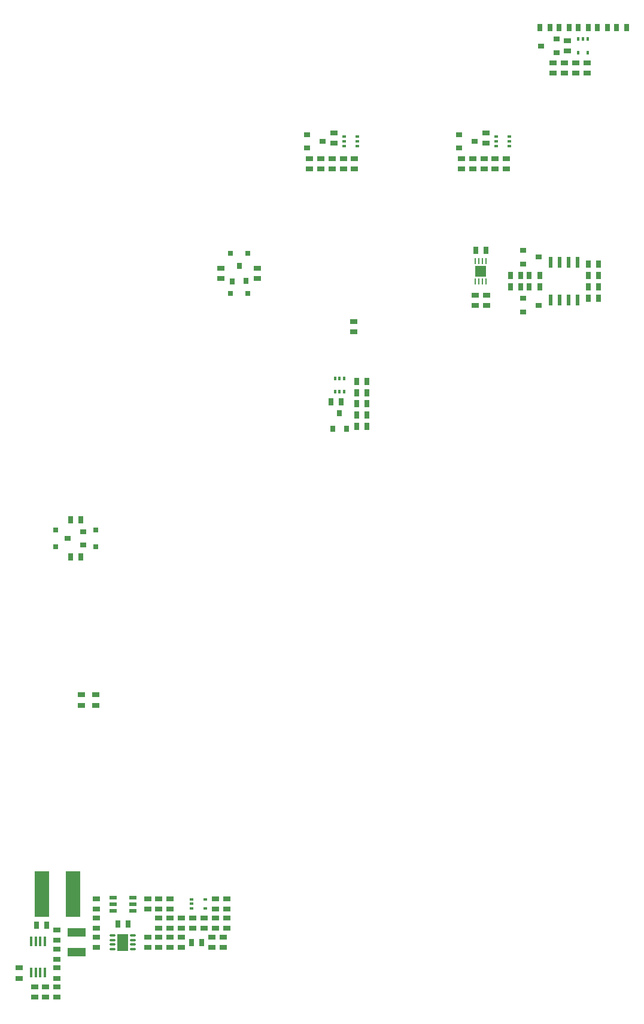
<source format=gbr>
%TF.GenerationSoftware,KiCad,Pcbnew,8.0.2*%
%TF.CreationDate,2024-05-14T20:54:04+07:00*%
%TF.ProjectId,HW.ACIM-PSU,48572e41-4349-44d2-9d50-53552e6b6963,0.0*%
%TF.SameCoordinates,Original*%
%TF.FileFunction,Paste,Bot*%
%TF.FilePolarity,Positive*%
%FSLAX46Y46*%
G04 Gerber Fmt 4.6, Leading zero omitted, Abs format (unit mm)*
G04 Created by KiCad (PCBNEW 8.0.2) date 2024-05-14 20:54:04*
%MOMM*%
%LPD*%
G01*
G04 APERTURE LIST*
G04 Aperture macros list*
%AMRoundRect*
0 Rectangle with rounded corners*
0 $1 Rounding radius*
0 $2 $3 $4 $5 $6 $7 $8 $9 X,Y pos of 4 corners*
0 Add a 4 corners polygon primitive as box body*
4,1,4,$2,$3,$4,$5,$6,$7,$8,$9,$2,$3,0*
0 Add four circle primitives for the rounded corners*
1,1,$1+$1,$2,$3*
1,1,$1+$1,$4,$5*
1,1,$1+$1,$6,$7*
1,1,$1+$1,$8,$9*
0 Add four rect primitives between the rounded corners*
20,1,$1+$1,$2,$3,$4,$5,0*
20,1,$1+$1,$4,$5,$6,$7,0*
20,1,$1+$1,$6,$7,$8,$9,0*
20,1,$1+$1,$8,$9,$2,$3,0*%
G04 Aperture macros list end*
%ADD10R,0.400000X0.600000*%
%ADD11R,1.000000X0.650000*%
%ADD12R,0.650000X1.000000*%
%ADD13R,0.700000X0.700000*%
%ADD14R,0.420000X0.600000*%
%ADD15R,1.100000X0.600000*%
%ADD16R,0.600000X1.550000*%
%ADD17R,0.800000X0.900000*%
%ADD18O,0.800000X0.400000*%
%ADD19R,1.600000X2.400000*%
%ADD20R,0.900000X0.800000*%
%ADD21R,0.600000X0.420000*%
%ADD22RoundRect,0.125000X0.000010X0.300000X-0.000010X0.300000X-0.000010X-0.300000X0.000010X-0.300000X0*%
%ADD23R,1.600000X1.500000*%
%ADD24R,2.500000X1.300000*%
%ADD25R,2.150000X6.500000*%
%ADD26R,0.450000X1.450000*%
%ADD27R,0.600000X0.400000*%
G04 APERTURE END LIST*
D10*
%TO.C,U11*%
X103217099Y-96562900D03*
X103867099Y-96562901D03*
X104517099Y-96562900D03*
X104517099Y-98462900D03*
X103217099Y-98462900D03*
%TD*%
D11*
%TO.C,C52*%
X51877100Y-218124201D03*
X51877100Y-219574199D03*
%TD*%
%TO.C,R2*%
X34943999Y-190718100D03*
X34943999Y-189268102D03*
%TD*%
%TO.C,C34*%
X51377100Y-223524201D03*
X51377100Y-224974199D03*
%TD*%
D12*
%TO.C,R23*%
X97742100Y-131564201D03*
X96292100Y-131564201D03*
%TD*%
D13*
%TO.C,D3*%
X56444000Y-126818100D03*
X54044000Y-126818100D03*
%TD*%
D14*
%TO.C,U8*%
X68794000Y-144518100D03*
X69444000Y-144518101D03*
X70094000Y-144518100D03*
X70094000Y-146418100D03*
X69444000Y-146418099D03*
X68794000Y-146418100D03*
%TD*%
D11*
%TO.C,C27*%
X43877100Y-223524201D03*
X43877100Y-224974199D03*
%TD*%
%TO.C,R14*%
X90217100Y-132739200D03*
X90217100Y-134189198D03*
%TD*%
%TO.C,C45*%
X47077100Y-222274199D03*
X47077100Y-220824201D03*
%TD*%
D12*
%TO.C,C42*%
X106042099Y-129964201D03*
X104592101Y-129964201D03*
%TD*%
D15*
%TO.C,U3*%
X40177100Y-217899200D03*
X40177099Y-218849200D03*
X40177100Y-219799200D03*
X37377100Y-219799200D03*
X37377101Y-218849200D03*
X37377100Y-217899200D03*
%TD*%
D12*
%TO.C,R21*%
X97742100Y-129964201D03*
X96292100Y-129964201D03*
%TD*%
D13*
%TO.C,D2*%
X56444000Y-132518100D03*
X54044000Y-132518100D03*
%TD*%
D11*
%TO.C,R34*%
X66767099Y-113414201D03*
X66767099Y-114864199D03*
%TD*%
%TO.C,R29*%
X45477100Y-219574199D03*
X45477100Y-218124201D03*
%TD*%
D12*
%TO.C,C24*%
X38052101Y-221649200D03*
X39502099Y-221649200D03*
%TD*%
D11*
%TO.C,R46*%
X53477100Y-218124201D03*
X53477100Y-219574199D03*
%TD*%
%TO.C,C29*%
X43877100Y-219574199D03*
X43877100Y-218124201D03*
%TD*%
%TO.C,R6*%
X29477100Y-232024199D03*
X29477100Y-230574201D03*
%TD*%
%TO.C,R56*%
X88267099Y-113414201D03*
X88267099Y-114864199D03*
%TD*%
D12*
%TO.C,R24*%
X106042100Y-133164201D03*
X104592100Y-133164201D03*
%TD*%
D11*
%TO.C,C22*%
X35077100Y-220824201D03*
X35077100Y-222274199D03*
%TD*%
%TO.C,C30*%
X45477100Y-223524201D03*
X45477100Y-224974199D03*
%TD*%
%TO.C,C51*%
X50277100Y-222274199D03*
X50277100Y-220824201D03*
%TD*%
D12*
%TO.C,R12*%
X32819000Y-164518100D03*
X31369000Y-164518100D03*
%TD*%
D11*
%TO.C,C63*%
X89867099Y-113414201D03*
X89867099Y-114864199D03*
%TD*%
%TO.C,R55*%
X86667099Y-113414201D03*
X86667099Y-114864199D03*
%TD*%
%TO.C,C23*%
X35077100Y-219574199D03*
X35077100Y-218124201D03*
%TD*%
D16*
%TO.C,U5*%
X103072100Y-133464201D03*
X101802100Y-133464201D03*
X100538502Y-133460378D03*
X99262100Y-133464201D03*
X99262100Y-128064201D03*
X100532100Y-128064201D03*
X101802100Y-128064201D03*
X103072100Y-128064201D03*
%TD*%
D12*
%TO.C,C37*%
X88692101Y-126389200D03*
X90142099Y-126389200D03*
%TD*%
%TO.C,R26*%
X106042099Y-128364201D03*
X104592101Y-128364201D03*
%TD*%
D11*
%TO.C,R5*%
X29477100Y-229324199D03*
X29477100Y-227874201D03*
%TD*%
%TO.C,C55*%
X53477100Y-222274199D03*
X53477100Y-220824201D03*
%TD*%
D12*
%TO.C,R64*%
X107342099Y-94912900D03*
X105892101Y-94912900D03*
%TD*%
D11*
%TO.C,C32*%
X29477100Y-226624199D03*
X29477100Y-225174201D03*
%TD*%
D17*
%TO.C,Q1*%
X56194000Y-130768100D03*
X54293285Y-130770289D03*
X55244000Y-128568100D03*
%TD*%
D11*
%TO.C,C25*%
X42277100Y-223524201D03*
X42277100Y-224974199D03*
%TD*%
%TO.C,FT2*%
X43877100Y-220824201D03*
X43877100Y-222274199D03*
%TD*%
D12*
%TO.C,R63*%
X110042099Y-94912900D03*
X108592101Y-94912900D03*
%TD*%
D18*
%TO.C,U2*%
X37327100Y-225224200D03*
X37327100Y-224574200D03*
X37327100Y-223924200D03*
X37327100Y-223274200D03*
X40227100Y-223274200D03*
X40227100Y-223924200D03*
X40227100Y-224574200D03*
X40227100Y-225224200D03*
D19*
X38777100Y-224249200D03*
%TD*%
D11*
%TO.C,FT3*%
X71444000Y-136443101D03*
X71444000Y-137893099D03*
%TD*%
D20*
%TO.C,Q4*%
X95417100Y-128314201D03*
X95414911Y-126413486D03*
X97617099Y-127364201D03*
%TD*%
D11*
%TO.C,C71*%
X104467099Y-101387899D03*
X104467099Y-99937901D03*
%TD*%
D12*
%TO.C,R66*%
X101942098Y-94912900D03*
X100492100Y-94912900D03*
%TD*%
%TO.C,R48*%
X71869001Y-146518100D03*
X73318999Y-146518100D03*
%TD*%
D21*
%TO.C,U10*%
X93467099Y-110339200D03*
X93467098Y-110989200D03*
X93467099Y-111639200D03*
X91567099Y-111639200D03*
X91567100Y-110989200D03*
X91567099Y-110339200D03*
%TD*%
D13*
%TO.C,D4*%
X34944000Y-165918100D03*
X34944000Y-168318100D03*
%TD*%
D11*
%TO.C,C60*%
X90117099Y-111264199D03*
X90117099Y-109814201D03*
%TD*%
%TO.C,R58*%
X91467099Y-113414201D03*
X91467099Y-114864199D03*
%TD*%
%TO.C,R3*%
X26277100Y-230574201D03*
X26277100Y-232024199D03*
%TD*%
%TO.C,R16*%
X88617100Y-132739200D03*
X88617100Y-134189198D03*
%TD*%
%TO.C,R11*%
X52644000Y-128943101D03*
X52644000Y-130393099D03*
%TD*%
D12*
%TO.C,FT4*%
X48502101Y-224249200D03*
X49952099Y-224249200D03*
%TD*%
D11*
%TO.C,C17*%
X29477100Y-223924199D03*
X29477100Y-222474201D03*
%TD*%
D22*
%TO.C,U4*%
X90167100Y-130839200D03*
X89667100Y-130839200D03*
X89167100Y-130839200D03*
X88667100Y-130839200D03*
X88667100Y-127939200D03*
X89167100Y-127939200D03*
X89667100Y-127939200D03*
X90167100Y-127939200D03*
D23*
X89417100Y-129389200D03*
%TD*%
D12*
%TO.C,C41*%
X106042099Y-131564201D03*
X104592101Y-131564201D03*
%TD*%
D11*
%TO.C,C70*%
X99667099Y-99937901D03*
X99667099Y-101387899D03*
%TD*%
D24*
%TO.C,C19*%
X32277100Y-222849201D03*
X32277100Y-225649199D03*
%TD*%
D20*
%TO.C,D12*%
X64867099Y-111939200D03*
X64864910Y-110038485D03*
X67067098Y-110989200D03*
%TD*%
D12*
%TO.C,R22*%
X95042100Y-131564201D03*
X93592100Y-131564201D03*
%TD*%
D25*
%TO.C,L3*%
X27352100Y-217449200D03*
X31702100Y-217449200D03*
%TD*%
D11*
%TO.C,C20*%
X35077100Y-224974199D03*
X35077100Y-223524201D03*
%TD*%
%TO.C,C31*%
X47077100Y-223524201D03*
X47077100Y-224974199D03*
%TD*%
%TO.C,C38*%
X24077100Y-227874201D03*
X24077100Y-229324199D03*
%TD*%
%TO.C,R73*%
X101267099Y-101387899D03*
X101267099Y-99937901D03*
%TD*%
%TO.C,C26*%
X42277100Y-219574199D03*
X42277100Y-218124201D03*
%TD*%
%TO.C,C33*%
X52977100Y-223524201D03*
X52977100Y-224974199D03*
%TD*%
D12*
%TO.C,R13*%
X31369001Y-169718100D03*
X32818999Y-169718100D03*
%TD*%
%TO.C,C50*%
X73318999Y-144918100D03*
X71869001Y-144918100D03*
%TD*%
%TO.C,C58*%
X71869001Y-148118100D03*
X73318999Y-148118100D03*
%TD*%
%TO.C,C66*%
X97792100Y-94912900D03*
X99242098Y-94912900D03*
%TD*%
D11*
%TO.C,C47*%
X68617099Y-111264199D03*
X68617099Y-109814201D03*
%TD*%
D20*
%TO.C,D16*%
X86367099Y-111939200D03*
X86364910Y-110038485D03*
X88567098Y-110989200D03*
%TD*%
D11*
%TO.C,C57*%
X68367099Y-113414201D03*
X68367099Y-114864199D03*
%TD*%
%TO.C,R33*%
X65167099Y-113414201D03*
X65167099Y-114864199D03*
%TD*%
D26*
%TO.C,U1*%
X27752100Y-228499200D03*
X27102100Y-228499200D03*
X26452100Y-228499200D03*
X25812100Y-228499200D03*
X25812100Y-224099200D03*
X26452100Y-224099200D03*
X27102100Y-224099200D03*
X27752100Y-224099200D03*
%TD*%
D12*
%TO.C,R35*%
X71869001Y-151318100D03*
X73318999Y-151318100D03*
%TD*%
%TO.C,C48*%
X69669000Y-147868100D03*
X68219000Y-147868100D03*
%TD*%
D11*
%TO.C,C8*%
X27877100Y-232024199D03*
X27877100Y-230574201D03*
%TD*%
D12*
%TO.C,R20*%
X95042100Y-129964201D03*
X93592100Y-129964201D03*
%TD*%
%TO.C,C13*%
X26602101Y-221799200D03*
X28052099Y-221799200D03*
%TD*%
D20*
%TO.C,D17*%
X100117099Y-96562900D03*
X100119288Y-98463615D03*
X97917100Y-97512900D03*
%TD*%
D11*
%TO.C,R45*%
X51877100Y-222274199D03*
X51877100Y-220824201D03*
%TD*%
D13*
%TO.C,D5*%
X29244000Y-165918100D03*
X29244000Y-168318100D03*
%TD*%
D20*
%TO.C,Q2*%
X33194000Y-166168100D03*
X33196189Y-168068815D03*
X30994001Y-167118100D03*
%TD*%
D11*
%TO.C,C62*%
X93067099Y-114864199D03*
X93067099Y-113414201D03*
%TD*%
D21*
%TO.C,U7*%
X71967099Y-110339200D03*
X71967098Y-110989200D03*
X71967099Y-111639200D03*
X70067099Y-111639200D03*
X70067100Y-110989200D03*
X70067099Y-110339200D03*
%TD*%
D11*
%TO.C,C67*%
X101667099Y-96787901D03*
X101667099Y-98237899D03*
%TD*%
D12*
%TO.C,R65*%
X104642099Y-94912900D03*
X103192101Y-94912900D03*
%TD*%
D11*
%TO.C,R1*%
X32943999Y-190718100D03*
X32943999Y-189268102D03*
%TD*%
%TO.C,R47*%
X69967099Y-113414201D03*
X69967099Y-114864199D03*
%TD*%
D17*
%TO.C,D13*%
X70394000Y-151618100D03*
X68493285Y-151620289D03*
X69444000Y-149418100D03*
%TD*%
D11*
%TO.C,C49*%
X71567099Y-114864199D03*
X71567099Y-113414201D03*
%TD*%
%TO.C,C46*%
X48677100Y-222274199D03*
X48677100Y-220824201D03*
%TD*%
%TO.C,R30*%
X45477100Y-222274199D03*
X45477100Y-220824201D03*
%TD*%
D27*
%TO.C,U6*%
X48527100Y-219449200D03*
X48527101Y-218799200D03*
X48527100Y-218149200D03*
X50427100Y-218149200D03*
X50427100Y-219449200D03*
%TD*%
D11*
%TO.C,R10*%
X57844000Y-130393099D03*
X57844000Y-128943101D03*
%TD*%
%TO.C,R74*%
X102867099Y-99937901D03*
X102867099Y-101387899D03*
%TD*%
D20*
%TO.C,Q5*%
X95417100Y-135114201D03*
X95414911Y-133213486D03*
X97617099Y-134164201D03*
%TD*%
D12*
%TO.C,R36*%
X71869001Y-149718100D03*
X73318999Y-149718100D03*
%TD*%
M02*

</source>
